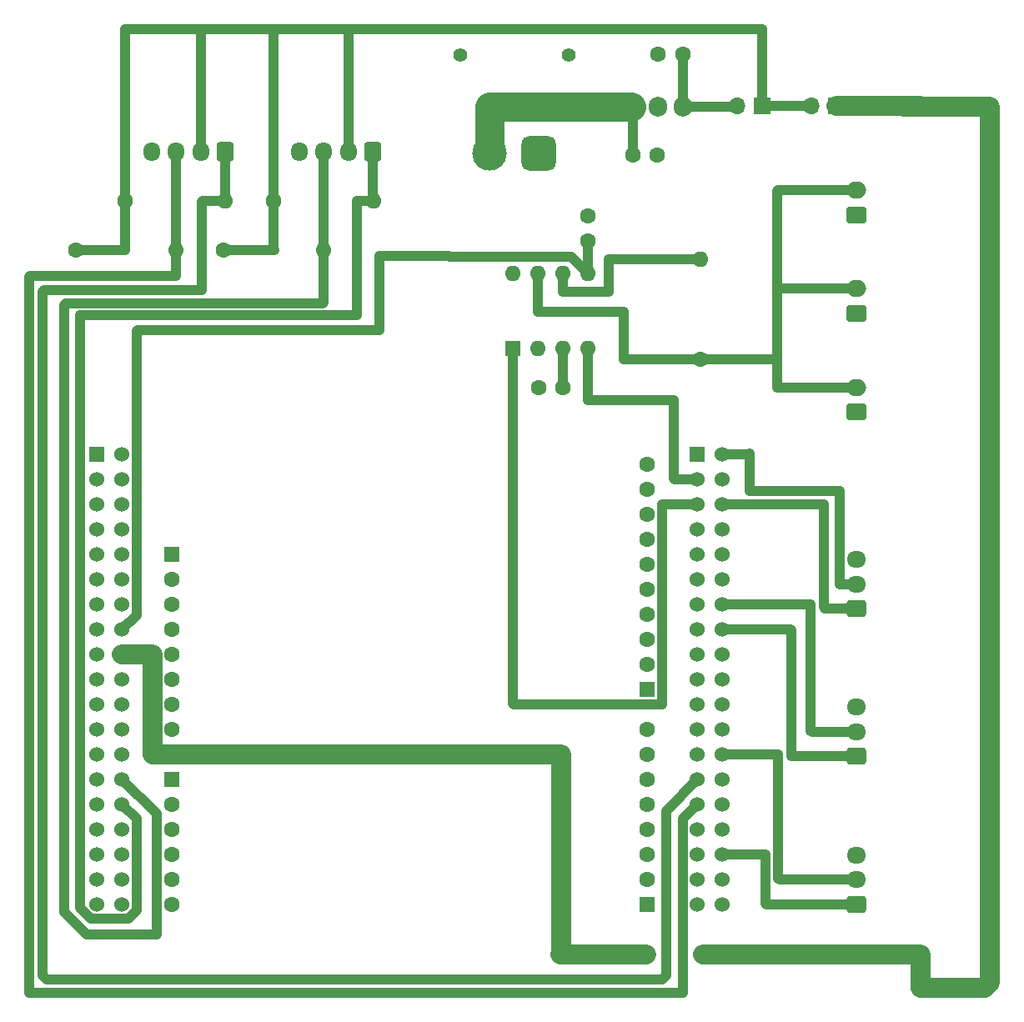
<source format=gbr>
%TF.GenerationSoftware,KiCad,Pcbnew,8.0.8-8.0.8-0~ubuntu24.04.1*%
%TF.CreationDate,2025-02-07T22:42:51+09:00*%
%TF.ProjectId,Accurate,41636375-7261-4746-952e-6b696361645f,rev?*%
%TF.SameCoordinates,Original*%
%TF.FileFunction,Copper,L1,Top*%
%TF.FilePolarity,Positive*%
%FSLAX46Y46*%
G04 Gerber Fmt 4.6, Leading zero omitted, Abs format (unit mm)*
G04 Created by KiCad (PCBNEW 8.0.8-8.0.8-0~ubuntu24.04.1) date 2025-02-07 22:42:51*
%MOMM*%
%LPD*%
G01*
G04 APERTURE LIST*
G04 Aperture macros list*
%AMRoundRect*
0 Rectangle with rounded corners*
0 $1 Rounding radius*
0 $2 $3 $4 $5 $6 $7 $8 $9 X,Y pos of 4 corners*
0 Add a 4 corners polygon primitive as box body*
4,1,4,$2,$3,$4,$5,$6,$7,$8,$9,$2,$3,0*
0 Add four circle primitives for the rounded corners*
1,1,$1+$1,$2,$3*
1,1,$1+$1,$4,$5*
1,1,$1+$1,$6,$7*
1,1,$1+$1,$8,$9*
0 Add four rect primitives between the rounded corners*
20,1,$1+$1,$2,$3,$4,$5,0*
20,1,$1+$1,$4,$5,$6,$7,0*
20,1,$1+$1,$6,$7,$8,$9,0*
20,1,$1+$1,$8,$9,$2,$3,0*%
G04 Aperture macros list end*
%TA.AperFunction,ComponentPad*%
%ADD10C,1.600000*%
%TD*%
%TA.AperFunction,ComponentPad*%
%ADD11C,1.530000*%
%TD*%
%TA.AperFunction,ComponentPad*%
%ADD12RoundRect,0.250000X0.750000X-0.600000X0.750000X0.600000X-0.750000X0.600000X-0.750000X-0.600000X0*%
%TD*%
%TA.AperFunction,ComponentPad*%
%ADD13O,2.000000X1.700000*%
%TD*%
%TA.AperFunction,ComponentPad*%
%ADD14R,1.905000X2.000000*%
%TD*%
%TA.AperFunction,ComponentPad*%
%ADD15O,1.905000X2.000000*%
%TD*%
%TA.AperFunction,ComponentPad*%
%ADD16C,1.400000*%
%TD*%
%TA.AperFunction,ComponentPad*%
%ADD17RoundRect,0.770000X-0.980000X-0.980000X0.980000X-0.980000X0.980000X0.980000X-0.980000X0.980000X0*%
%TD*%
%TA.AperFunction,ComponentPad*%
%ADD18C,3.500000*%
%TD*%
%TA.AperFunction,ComponentPad*%
%ADD19RoundRect,0.250000X0.725000X-0.600000X0.725000X0.600000X-0.725000X0.600000X-0.725000X-0.600000X0*%
%TD*%
%TA.AperFunction,ComponentPad*%
%ADD20O,1.950000X1.700000*%
%TD*%
%TA.AperFunction,ComponentPad*%
%ADD21O,1.600000X1.600000*%
%TD*%
%TA.AperFunction,ComponentPad*%
%ADD22RoundRect,0.250000X0.600000X0.725000X-0.600000X0.725000X-0.600000X-0.725000X0.600000X-0.725000X0*%
%TD*%
%TA.AperFunction,ComponentPad*%
%ADD23O,1.700000X1.950000*%
%TD*%
%TA.AperFunction,ComponentPad*%
%ADD24R,1.600000X1.600000*%
%TD*%
%TA.AperFunction,ComponentPad*%
%ADD25R,1.605000X1.605000*%
%TD*%
%TA.AperFunction,ComponentPad*%
%ADD26C,1.605000*%
%TD*%
%TA.AperFunction,ComponentPad*%
%ADD27R,1.530000X1.530000*%
%TD*%
%TA.AperFunction,ComponentPad*%
%ADD28R,1.700000X1.700000*%
%TD*%
%TA.AperFunction,ComponentPad*%
%ADD29O,1.700000X1.700000*%
%TD*%
%TA.AperFunction,Conductor*%
%ADD30C,1.000000*%
%TD*%
%TA.AperFunction,Conductor*%
%ADD31C,3.000000*%
%TD*%
%TA.AperFunction,Conductor*%
%ADD32C,2.000000*%
%TD*%
G04 APERTURE END LIST*
D10*
%TO.P,0.1\u03BCF,1*%
%TO.N,5V*%
X155200000Y-87550000D03*
%TO.P,0.1\u03BCF,2*%
%TO.N,GND*%
X152700000Y-87550000D03*
%TD*%
D11*
%TO.P,,CN7_18,CN7_+5V*%
%TO.N,mc_5v*%
X163675000Y-145150000D03*
%TD*%
D10*
%TO.P,0.1\u03BCF,1*%
%TO.N,3.3V*%
X157700000Y-72600000D03*
%TO.P,0.1\u03BCF,2*%
%TO.N,GND*%
X157700000Y-70100000D03*
%TD*%
D12*
%TO.P,J2,1,Pin_1*%
%TO.N,CAN_L*%
X185000000Y-80000000D03*
D13*
%TO.P,J2,2,Pin_2*%
%TO.N,CAN_H*%
X185000000Y-77500000D03*
%TD*%
D14*
%TO.P,U1,1,VI*%
%TO.N,16V*%
X162270000Y-59000000D03*
D15*
%TO.P,U1,2,GND*%
%TO.N,GND*%
X164810000Y-59000000D03*
%TO.P,U1,3,VO*%
%TO.N,5V*%
X167350000Y-59000000D03*
%TD*%
D16*
%TO.P,J9,*%
%TO.N,*%
X144750000Y-53775000D03*
X155750000Y-53775000D03*
D17*
%TO.P,J9,1,Pin_1*%
%TO.N,GND*%
X152750000Y-63775000D03*
D18*
%TO.P,J9,2,Pin_2*%
%TO.N,16V*%
X147750000Y-63775000D03*
%TD*%
D19*
%TO.P,J5,1,Pin_1*%
%TO.N,DIR_2*%
X185000000Y-125000000D03*
D20*
%TO.P,J5,2,Pin_2*%
%TO.N,PWM_2*%
X185000000Y-122500000D03*
%TO.P,J5,3,Pin_3*%
%TO.N,GND*%
X185000000Y-120000000D03*
%TD*%
D10*
%TO.P,10k,1*%
%TO.N,5V*%
X105770000Y-73600000D03*
D21*
%TO.P,10k,2*%
%TO.N,encode_2B*%
X115930000Y-73600000D03*
%TD*%
D10*
%TO.P,10k,1*%
%TO.N,5V*%
X110720000Y-68600000D03*
D21*
%TO.P,10k,2*%
%TO.N,encode_2A*%
X120880000Y-68600000D03*
%TD*%
D22*
%TO.P,J8,1,Pin_1*%
%TO.N,encode_2A*%
X120900000Y-63600000D03*
D23*
%TO.P,J8,2,Pin_2*%
%TO.N,5V*%
X118400000Y-63600000D03*
%TO.P,J8,3,Pin_3*%
%TO.N,encode_2B*%
X115900000Y-63600000D03*
%TO.P,J8,4,Pin_4*%
%TO.N,GND*%
X113400000Y-63600000D03*
%TD*%
D22*
%TO.P,J7,1,Pin_1*%
%TO.N,encode_1B*%
X135900000Y-63600000D03*
D23*
%TO.P,J7,2,Pin_2*%
%TO.N,5V*%
X133400000Y-63600000D03*
%TO.P,J7,3,Pin_3*%
%TO.N,encode_1A*%
X130900000Y-63600000D03*
%TO.P,J7,4,Pin_4*%
%TO.N,GND*%
X128400000Y-63600000D03*
%TD*%
D24*
%TO.P,CAN_IC,1,TXD*%
%TO.N,TX*%
X150100000Y-83550000D03*
D21*
%TO.P,CAN_IC,2,VSS*%
%TO.N,GND*%
X152640000Y-83550000D03*
%TO.P,CAN_IC,3,VDD*%
%TO.N,5V*%
X155180000Y-83550000D03*
%TO.P,CAN_IC,4,RXD*%
%TO.N,RX*%
X157720000Y-83550000D03*
%TO.P,CAN_IC,5,Vio*%
%TO.N,3.3V*%
X157720000Y-75930000D03*
%TO.P,CAN_IC,6,CANL*%
%TO.N,CAN_L*%
X155180000Y-75930000D03*
%TO.P,CAN_IC,7,CANH*%
%TO.N,CAN_H*%
X152640000Y-75930000D03*
%TO.P,CAN_IC,8,STBY*%
%TO.N,GND*%
X150100000Y-75930000D03*
%TD*%
D10*
%TO.P,120,1*%
%TO.N,CAN_H*%
X169150000Y-84660000D03*
D21*
%TO.P,120,2*%
%TO.N,CAN_L*%
X169150000Y-74500000D03*
%TD*%
D12*
%TO.P,J1,1,Pin_1*%
%TO.N,CAN_L*%
X185000000Y-90000000D03*
D13*
%TO.P,J1,2,Pin_2*%
%TO.N,CAN_H*%
X185000000Y-87500000D03*
%TD*%
D25*
%TO.P,U3,CN5_1,D8*%
%TO.N,unconnected-(U3F-D8-PadCN5_1)*%
X163760000Y-118190000D03*
D26*
%TO.P,U3,CN5_2,D9*%
%TO.N,unconnected-(U3F-D9-PadCN5_2)*%
X163760000Y-115650000D03*
%TO.P,U3,CN5_3,D10*%
%TO.N,unconnected-(U3F-D10-PadCN5_3)*%
X163760000Y-113110000D03*
%TO.P,U3,CN5_4,D11*%
%TO.N,unconnected-(U3F-D11-PadCN5_4)*%
X163760000Y-110570000D03*
%TO.P,U3,CN5_5,D12*%
%TO.N,unconnected-(U3F-D12-PadCN5_5)*%
X163760000Y-108030000D03*
%TO.P,U3,CN5_6,D13*%
%TO.N,unconnected-(U3F-D13-PadCN5_6)*%
X163760000Y-105490000D03*
%TO.P,U3,CN5_7,CN5_GND*%
%TO.N,unconnected-(U3F-CN5_GND-PadCN5_7)*%
X163760000Y-102950000D03*
%TO.P,U3,CN5_8,AREF*%
%TO.N,unconnected-(U3F-AREF-PadCN5_8)*%
X163760000Y-100410000D03*
%TO.P,U3,CN5_9,D14*%
%TO.N,unconnected-(U3F-D14-PadCN5_9)*%
X163760000Y-97870000D03*
%TO.P,U3,CN5_10,D15*%
%TO.N,unconnected-(U3F-D15-PadCN5_10)*%
X163760000Y-95330000D03*
D25*
%TO.P,U3,CN6_1*%
%TO.N,N/C*%
X115500000Y-104470000D03*
D26*
%TO.P,U3,CN6_2,CN6_IOREF*%
%TO.N,unconnected-(U3C-CN6_IOREF-PadCN6_2)*%
X115500000Y-107010000D03*
%TO.P,U3,CN6_3,CN6_RESET*%
%TO.N,unconnected-(U3C-CN6_RESET-PadCN6_3)*%
X115500000Y-109550000D03*
%TO.P,U3,CN6_4,CN6_+3V3*%
%TO.N,unconnected-(U3C-CN6_+3V3-PadCN6_4)*%
X115500000Y-112090000D03*
%TO.P,U3,CN6_5,CN6_+5V*%
%TO.N,unconnected-(U3C-CN6_+5V-PadCN6_5)*%
X115500000Y-114630000D03*
%TO.P,U3,CN6_6,CN6_GND*%
%TO.N,unconnected-(U3C-CN6_GND-PadCN6_6)*%
X115500000Y-117170000D03*
%TO.P,U3,CN6_7,CN6_GND__1*%
%TO.N,unconnected-(U3C-CN6_GND__1-PadCN6_7)*%
X115500000Y-119710000D03*
%TO.P,U3,CN6_8,CN6_VIN*%
%TO.N,unconnected-(U3C-CN6_VIN-PadCN6_8)*%
X115500000Y-122250000D03*
D27*
%TO.P,U3,CN7_1,PC10*%
%TO.N,unconnected-(U3A-PC10-PadCN7_1)*%
X107880000Y-94310000D03*
D11*
%TO.P,U3,CN7_2,PC11*%
%TO.N,unconnected-(U3A-PC11-PadCN7_2)*%
X110420000Y-94310000D03*
%TO.P,U3,CN7_3,PC12*%
%TO.N,unconnected-(U3A-PC12-PadCN7_3)*%
X107880000Y-96850000D03*
%TO.P,U3,CN7_4,PD2*%
%TO.N,unconnected-(U3A-PD2-PadCN7_4)*%
X110420000Y-96850000D03*
%TO.P,U3,CN7_5,VDD*%
%TO.N,unconnected-(U3A-VDD-PadCN7_5)*%
X107880000Y-99390000D03*
%TO.P,U3,CN7_6,E5V*%
%TO.N,unconnected-(U3A-E5V-PadCN7_6)*%
X110420000Y-99390000D03*
%TO.P,U3,CN7_7,BOOT0*%
%TO.N,unconnected-(U3A-BOOT0-PadCN7_7)*%
X107880000Y-101930000D03*
%TO.P,U3,CN7_8,CN7_GND*%
%TO.N,unconnected-(U3A-CN7_GND-PadCN7_8)*%
X110420000Y-101930000D03*
%TO.P,U3,CN7_9*%
%TO.N,N/C*%
X107880000Y-104470000D03*
%TO.P,U3,CN7_10*%
X110420000Y-104470000D03*
%TO.P,U3,CN7_11*%
X107880000Y-107010000D03*
%TO.P,U3,CN7_12,CN7_IOREF*%
%TO.N,unconnected-(U3A-CN7_IOREF-PadCN7_12)*%
X110420000Y-107010000D03*
%TO.P,U3,CN7_13,PA13*%
%TO.N,unconnected-(U3A-PA13-PadCN7_13)*%
X107880000Y-109550000D03*
%TO.P,U3,CN7_14,CN7_RESET*%
%TO.N,unconnected-(U3A-CN7_RESET-PadCN7_14)*%
X110420000Y-109550000D03*
%TO.P,U3,CN7_15,PA14*%
%TO.N,unconnected-(U3A-PA14-PadCN7_15)*%
X107880000Y-112090000D03*
%TO.P,U3,CN7_16,CN7_+3V3*%
%TO.N,3.3V*%
X110420000Y-112090000D03*
%TO.P,U3,CN7_17,PA15*%
%TO.N,unconnected-(U3A-PA15-PadCN7_17)*%
X107880000Y-114630000D03*
%TO.P,U3,CN7_18,CN7_+5V*%
%TO.N,mc_5v*%
X110420000Y-114630000D03*
%TO.P,U3,CN7_19,CN7_GND__1*%
%TO.N,GND*%
X107880000Y-117170000D03*
%TO.P,U3,CN7_20,CN7_GND__2*%
X110420000Y-117170000D03*
%TO.P,U3,CN7_21,PB7*%
%TO.N,unconnected-(U3A-PB7-PadCN7_21)*%
X107880000Y-119710000D03*
%TO.P,U3,CN7_22,CN7_GND__3*%
%TO.N,GND*%
X110420000Y-119710000D03*
%TO.P,U3,CN7_23,PC13*%
%TO.N,unconnected-(U3A-PC13-PadCN7_23)*%
X107880000Y-122250000D03*
%TO.P,U3,CN7_24,CN7_VIN*%
%TO.N,unconnected-(U3A-CN7_VIN-PadCN7_24)*%
X110420000Y-122250000D03*
%TO.P,U3,CN7_25,PC14*%
%TO.N,unconnected-(U3A-PC14-PadCN7_25)*%
X107880000Y-124790000D03*
%TO.P,U3,CN7_26*%
%TO.N,N/C*%
X110420000Y-124790000D03*
%TO.P,U3,CN7_27,PC15*%
%TO.N,unconnected-(U3A-PC15-PadCN7_27)*%
X107880000Y-127330000D03*
%TO.P,U3,CN7_28,PA0*%
%TO.N,encode_1A*%
X110420000Y-127330000D03*
%TO.P,U3,CN7_29,PH0*%
%TO.N,unconnected-(U3A-PH0-PadCN7_29)*%
X107880000Y-129870000D03*
%TO.P,U3,CN7_30,PA1*%
%TO.N,encode_1B*%
X110420000Y-129870000D03*
%TO.P,U3,CN7_31,PH1*%
%TO.N,unconnected-(U3A-PH1-PadCN7_31)*%
X107880000Y-132410000D03*
%TO.P,U3,CN7_32,PA4*%
%TO.N,unconnected-(U3A-PA4-PadCN7_32)*%
X110420000Y-132410000D03*
%TO.P,U3,CN7_33,VBAT*%
%TO.N,unconnected-(U3A-VBAT-PadCN7_33)*%
X107880000Y-134950000D03*
%TO.P,U3,CN7_34,PB0*%
%TO.N,unconnected-(U3A-PB0-PadCN7_34)*%
X110420000Y-134950000D03*
%TO.P,U3,CN7_35,PC2*%
%TO.N,unconnected-(U3A-PC2-PadCN7_35)*%
X107880000Y-137490000D03*
%TO.P,U3,CN7_36,PC1/PB9*%
%TO.N,unconnected-(U3A-PC1{slash}PB9-PadCN7_36)*%
X110420000Y-137490000D03*
%TO.P,U3,CN7_37,PC3*%
%TO.N,unconnected-(U3A-PC3-PadCN7_37)*%
X107880000Y-140030000D03*
%TO.P,U3,CN7_38,PC0/PB8*%
%TO.N,unconnected-(U3A-PC0{slash}PB8-PadCN7_38)*%
X110420000Y-140030000D03*
D25*
%TO.P,U3,CN8_1,A0*%
%TO.N,unconnected-(U3E-A0-PadCN8_1)*%
X115500000Y-127330000D03*
D26*
%TO.P,U3,CN8_2,A1*%
%TO.N,unconnected-(U3E-A1-PadCN8_2)*%
X115500000Y-129870000D03*
%TO.P,U3,CN8_3,A2*%
%TO.N,unconnected-(U3E-A2-PadCN8_3)*%
X115500000Y-132410000D03*
%TO.P,U3,CN8_4,A3*%
%TO.N,unconnected-(U3E-A3-PadCN8_4)*%
X115500000Y-134950000D03*
%TO.P,U3,CN8_5,A4*%
%TO.N,unconnected-(U3E-A4-PadCN8_5)*%
X115500000Y-137490000D03*
%TO.P,U3,CN8_6,A5*%
%TO.N,unconnected-(U3E-A5-PadCN8_6)*%
X115500000Y-140030000D03*
D25*
%TO.P,U3,CN9_1,D0*%
%TO.N,unconnected-(U3D-D0-PadCN9_1)*%
X163760000Y-140030000D03*
D26*
%TO.P,U3,CN9_2,D1*%
%TO.N,unconnected-(U3D-D1-PadCN9_2)*%
X163760000Y-137490000D03*
%TO.P,U3,CN9_3,D2*%
%TO.N,unconnected-(U3D-D2-PadCN9_3)*%
X163760000Y-134950000D03*
%TO.P,U3,CN9_4,D3*%
%TO.N,unconnected-(U3D-D3-PadCN9_4)*%
X163760000Y-132410000D03*
%TO.P,U3,CN9_5,D4*%
%TO.N,unconnected-(U3D-D4-PadCN9_5)*%
X163760000Y-129870000D03*
%TO.P,U3,CN9_6,D5*%
%TO.N,unconnected-(U3D-D5-PadCN9_6)*%
X163760000Y-127330000D03*
%TO.P,U3,CN9_7,D6*%
%TO.N,unconnected-(U3D-D6-PadCN9_7)*%
X163760000Y-124790000D03*
%TO.P,U3,CN9_8,D7*%
%TO.N,unconnected-(U3D-D7-PadCN9_8)*%
X163760000Y-122250000D03*
D27*
%TO.P,U3,CN10_1,PC9*%
%TO.N,unconnected-(U3B-PC9-PadCN10_1)*%
X168840000Y-94310000D03*
D11*
%TO.P,U3,CN10_2,PC8*%
%TO.N,PWM_1*%
X171380000Y-94310000D03*
%TO.P,U3,CN10_3,PB8*%
%TO.N,RX*%
X168840000Y-96850000D03*
%TO.P,U3,CN10_4,PC6*%
%TO.N,unconnected-(U3B-PC6-PadCN10_4)*%
X171380000Y-96850000D03*
%TO.P,U3,CN10_5,PB9*%
%TO.N,TX*%
X168840000Y-99390000D03*
%TO.P,U3,CN10_6,PC5*%
%TO.N,DIR_1*%
X171380000Y-99390000D03*
%TO.P,U3,CN10_7,AVDD*%
%TO.N,unconnected-(U3B-AVDD-PadCN10_7)*%
X168840000Y-101930000D03*
%TO.P,U3,CN10_8,U5V*%
%TO.N,unconnected-(U3B-U5V-PadCN10_8)*%
X171380000Y-101930000D03*
%TO.P,U3,CN10_9,CN10_GND*%
%TO.N,GND*%
X168840000Y-104470000D03*
%TO.P,U3,CN10_10*%
%TO.N,N/C*%
X171380000Y-104470000D03*
%TO.P,U3,CN10_11,PA5*%
%TO.N,unconnected-(U3B-PA5-PadCN10_11)*%
X168840000Y-107010000D03*
%TO.P,U3,CN10_12,PA12*%
%TO.N,unconnected-(U3B-PA12-PadCN10_12)*%
X171380000Y-107010000D03*
%TO.P,U3,CN10_13,PA6*%
%TO.N,unconnected-(U3B-PA6-PadCN10_13)*%
X168840000Y-109550000D03*
%TO.P,U3,CN10_14,PA11*%
%TO.N,PWM_2*%
X171380000Y-109550000D03*
%TO.P,U3,CN10_15,PA7*%
%TO.N,unconnected-(U3B-PA7-PadCN10_15)*%
X168840000Y-112090000D03*
%TO.P,U3,CN10_16,PB12*%
%TO.N,DIR_2*%
X171380000Y-112090000D03*
%TO.P,U3,CN10_17,PB6*%
%TO.N,unconnected-(U3B-PB6-PadCN10_17)*%
X168840000Y-114630000D03*
%TO.P,U3,CN10_18*%
%TO.N,N/C*%
X171380000Y-114630000D03*
%TO.P,U3,CN10_19,PC7*%
%TO.N,unconnected-(U3B-PC7-PadCN10_19)*%
X168840000Y-117170000D03*
%TO.P,U3,CN10_20,CN10_GND__1*%
%TO.N,unconnected-(U3B-CN10_GND__1-PadCN10_20)*%
X171380000Y-117170000D03*
%TO.P,U3,CN10_21,PA9*%
%TO.N,unconnected-(U3B-PA9-PadCN10_21)*%
X168840000Y-119710000D03*
%TO.P,U3,CN10_22,PB2*%
%TO.N,unconnected-(U3B-PB2-PadCN10_22)*%
X171380000Y-119710000D03*
%TO.P,U3,CN10_23,PA8*%
%TO.N,unconnected-(U3B-PA8-PadCN10_23)*%
X168840000Y-122250000D03*
%TO.P,U3,CN10_24,PB1*%
%TO.N,unconnected-(U3B-PB1-PadCN10_24)*%
X171380000Y-122250000D03*
%TO.P,U3,CN10_25,PB10*%
%TO.N,unconnected-(U3B-PB10-PadCN10_25)*%
X168840000Y-124790000D03*
%TO.P,U3,CN10_26,PB15*%
%TO.N,PWM_3*%
X171380000Y-124790000D03*
%TO.P,U3,CN10_27,PB4*%
%TO.N,encode_2A*%
X168840000Y-127330000D03*
%TO.P,U3,CN10_28,PB14*%
%TO.N,unconnected-(U3B-PB14-PadCN10_28)*%
X171380000Y-127330000D03*
%TO.P,U3,CN10_29,PB5*%
%TO.N,encode_2B*%
X168840000Y-129870000D03*
%TO.P,U3,CN10_30,PB13*%
%TO.N,unconnected-(U3B-PB13-PadCN10_30)*%
X171380000Y-129870000D03*
%TO.P,U3,CN10_31,PB3*%
%TO.N,unconnected-(U3B-PB3-PadCN10_31)*%
X168840000Y-132410000D03*
%TO.P,U3,CN10_32,AGND*%
%TO.N,unconnected-(U3B-AGND-PadCN10_32)*%
X171380000Y-132410000D03*
%TO.P,U3,CN10_33,PA10*%
%TO.N,unconnected-(U3B-PA10-PadCN10_33)*%
X168840000Y-134950000D03*
%TO.P,U3,CN10_34,PC4*%
%TO.N,DIR_3*%
X171380000Y-134950000D03*
%TO.P,U3,CN10_35,PA2*%
%TO.N,unconnected-(U3B-PA2-PadCN10_35)*%
X168840000Y-137490000D03*
%TO.P,U3,CN10_36*%
%TO.N,N/C*%
X171380000Y-137490000D03*
%TO.P,U3,CN10_37,PA3*%
%TO.N,unconnected-(U3B-PA3-PadCN10_37)*%
X168840000Y-140030000D03*
%TO.P,U3,CN10_38*%
%TO.N,N/C*%
X171380000Y-140030000D03*
%TD*%
D19*
%TO.P,J4,1,Pin_1*%
%TO.N,DIR_1*%
X185000000Y-110000000D03*
D20*
%TO.P,J4,2,Pin_2*%
%TO.N,PWM_1*%
X185000000Y-107500000D03*
%TO.P,J4,3,Pin_3*%
%TO.N,GND*%
X185000000Y-105000000D03*
%TD*%
D10*
%TO.P,10k,1*%
%TO.N,5V*%
X125770000Y-68600000D03*
D21*
%TO.P,10k,2*%
%TO.N,encode_1B*%
X135930000Y-68600000D03*
%TD*%
D28*
%TO.P,J11,1,Pin_1*%
%TO.N,5V*%
X175390000Y-58950000D03*
D29*
%TO.P,J11,2,Pin_2*%
X172850000Y-58950000D03*
%TD*%
D11*
%TO.P,,CN7_18,CN7_+5V*%
%TO.N,mc_5v*%
X169425000Y-145150000D03*
%TD*%
D19*
%TO.P,J6,1,Pin_1*%
%TO.N,DIR_3*%
X185000000Y-140000000D03*
D20*
%TO.P,J6,2,Pin_2*%
%TO.N,PWM_3*%
X185000000Y-137500000D03*
%TO.P,J6,3,Pin_3*%
%TO.N,GND*%
X185000000Y-135000000D03*
%TD*%
D10*
%TO.P,0.33\u03BCF,1*%
%TO.N,16V*%
X162250000Y-63950000D03*
%TO.P,0.33\u03BCF,2*%
%TO.N,GND*%
X164750000Y-63950000D03*
%TD*%
%TO.P,C4,1*%
%TO.N,5V*%
X167350000Y-53700000D03*
%TO.P,C4,2*%
%TO.N,GND*%
X164850000Y-53700000D03*
%TD*%
D28*
%TO.P,J10,1,Pin_1*%
%TO.N,mc_5v*%
X182925000Y-58950000D03*
D29*
%TO.P,J10,2,Pin_2*%
%TO.N,5V*%
X180385000Y-58950000D03*
%TD*%
D10*
%TO.P,10k,1*%
%TO.N,5V*%
X120720000Y-73600000D03*
D21*
%TO.P,10k,2*%
%TO.N,encode_1A*%
X130880000Y-73600000D03*
%TD*%
D12*
%TO.P,J3,1,Pin_1*%
%TO.N,CAN_L*%
X185000000Y-70000000D03*
D13*
%TO.P,J3,2,Pin_2*%
%TO.N,CAN_H*%
X185000000Y-67500000D03*
%TD*%
D30*
%TO.N,3.3V*%
X143600000Y-74200000D02*
X143650000Y-74250000D01*
X136550000Y-81700000D02*
X136550000Y-74200000D01*
X157720000Y-72620000D02*
X157700000Y-72600000D01*
X157720000Y-75930000D02*
X157720000Y-72620000D01*
X143650000Y-74250000D02*
X156040000Y-74250000D01*
X136550000Y-74200000D02*
X143600000Y-74200000D01*
X111885000Y-81815000D02*
X112000000Y-81700000D01*
X112000000Y-81700000D02*
X136550000Y-81700000D01*
X111885000Y-110625000D02*
X111885000Y-81815000D01*
X156040000Y-74250000D02*
X157720000Y-75930000D01*
X110420000Y-112090000D02*
X111885000Y-110625000D01*
%TO.N,GND*%
X152700000Y-83610000D02*
X152640000Y-83550000D01*
X184950000Y-134950000D02*
X185000000Y-135000000D01*
%TO.N,5V*%
X110720000Y-68600000D02*
X110720000Y-73580000D01*
X110720000Y-68600000D02*
X110720000Y-51480000D01*
X172800000Y-59000000D02*
X172850000Y-58950000D01*
X180385000Y-58950000D02*
X175390000Y-58950000D01*
X125850000Y-73600000D02*
X120720000Y-73600000D01*
X110700000Y-51100000D02*
X118500000Y-51100000D01*
X118400000Y-51200000D02*
X118500000Y-51100000D01*
X167350000Y-53700000D02*
X167350000Y-59000000D01*
X175400000Y-51100000D02*
X133650000Y-51100000D01*
X132550000Y-51100000D02*
X125650000Y-51100000D01*
X110720000Y-73580000D02*
X110700000Y-73600000D01*
X110720000Y-51480000D02*
X110700000Y-51460000D01*
X125770000Y-51220000D02*
X125650000Y-51100000D01*
X155180000Y-83550000D02*
X155180000Y-87530000D01*
X125770000Y-68600000D02*
X125770000Y-73520000D01*
X133650000Y-51100000D02*
X132550000Y-51100000D01*
X175390000Y-51110000D02*
X175400000Y-51100000D01*
X125770000Y-68600000D02*
X125770000Y-51220000D01*
X118400000Y-63600000D02*
X118400000Y-51200000D01*
X110700000Y-73600000D02*
X105770000Y-73600000D01*
X133400000Y-63600000D02*
X133400000Y-51350000D01*
X175390000Y-58950000D02*
X175390000Y-51110000D01*
X125000000Y-51100000D02*
X118500000Y-51100000D01*
X155180000Y-87530000D02*
X155200000Y-87550000D01*
X167350000Y-59000000D02*
X172800000Y-59000000D01*
X133400000Y-51350000D02*
X133650000Y-51100000D01*
X110700000Y-51460000D02*
X110700000Y-51100000D01*
X125650000Y-51100000D02*
X125000000Y-51100000D01*
X125770000Y-73520000D02*
X125850000Y-73600000D01*
%TO.N,RX*%
X157720000Y-83550000D02*
X157720000Y-88830000D01*
X157700000Y-88850000D02*
X166400000Y-88850000D01*
X157720000Y-88830000D02*
X157700000Y-88850000D01*
X166450000Y-88800000D02*
X166450000Y-96800000D01*
X166450000Y-96800000D02*
X166500000Y-96850000D01*
X166400000Y-88850000D02*
X166450000Y-88800000D01*
X166500000Y-96850000D02*
X168840000Y-96850000D01*
%TO.N,TX*%
X165262500Y-119692500D02*
X165262500Y-99412500D01*
X150150000Y-119700000D02*
X150850000Y-119700000D01*
X150100000Y-119650000D02*
X150150000Y-119700000D01*
X165250000Y-99400000D02*
X165260000Y-99390000D01*
X165260000Y-99390000D02*
X168840000Y-99390000D01*
X150857500Y-119692500D02*
X165262500Y-119692500D01*
X150850000Y-119700000D02*
X150857500Y-119692500D01*
X165262500Y-99412500D02*
X165250000Y-99400000D01*
X150100000Y-83550000D02*
X150100000Y-119650000D01*
D31*
%TO.N,16V*%
X147750000Y-63775000D02*
X147750000Y-59050000D01*
X147750000Y-59050000D02*
X147800000Y-59000000D01*
D30*
X162250000Y-59020000D02*
X162270000Y-59000000D01*
D31*
X147800000Y-59000000D02*
X162157500Y-59000000D01*
D30*
X162250000Y-63950000D02*
X162250000Y-59020000D01*
%TO.N,encode_1B*%
X110420000Y-129870000D02*
X111885000Y-131335000D01*
X111885000Y-140636823D02*
X111026823Y-141495000D01*
X135900000Y-68570000D02*
X134330000Y-68570000D01*
X111885000Y-131335000D02*
X111885000Y-140636823D01*
X111026823Y-141495000D02*
X107273177Y-141495000D01*
X134300000Y-68600000D02*
X134300000Y-80150000D01*
X106150000Y-140371823D02*
X107273177Y-141495000D01*
X134300000Y-80150000D02*
X134250000Y-80200000D01*
X135900000Y-68570000D02*
X135930000Y-68600000D01*
X106150000Y-80200000D02*
X106150000Y-140371823D01*
X135900000Y-63600000D02*
X135900000Y-68570000D01*
X134250000Y-80200000D02*
X106150000Y-80200000D01*
X134330000Y-68570000D02*
X134300000Y-68600000D01*
%TO.N,encode_1A*%
X106801140Y-143050000D02*
X104550000Y-140798860D01*
X110420000Y-127330000D02*
X113900000Y-130810000D01*
X130900000Y-73580000D02*
X130880000Y-73600000D01*
X130880000Y-73600000D02*
X130880000Y-78870000D01*
X104550000Y-79150000D02*
X104700000Y-79000000D01*
X130880000Y-78870000D02*
X130750000Y-79000000D01*
X130750000Y-79000000D02*
X104700000Y-79000000D01*
X130900000Y-63600000D02*
X130900000Y-73580000D01*
X113900000Y-143050000D02*
X106801140Y-143050000D01*
X104550000Y-140798860D02*
X104550000Y-79150000D01*
X113900000Y-130810000D02*
X113900000Y-143050000D01*
%TO.N,encode_2B*%
X167375000Y-131335000D02*
X167375000Y-149000000D01*
X167375000Y-149000000D02*
X101000000Y-149000000D01*
X168840000Y-129870000D02*
X167375000Y-131335000D01*
X101000000Y-149000000D02*
X101000000Y-76250000D01*
X101000000Y-76250000D02*
X101050000Y-76200000D01*
X115930000Y-73600000D02*
X115930000Y-63630000D01*
X115930000Y-63630000D02*
X115900000Y-63600000D01*
X115930000Y-76170000D02*
X115930000Y-73600000D01*
X101050000Y-76200000D02*
X115900000Y-76200000D01*
X115900000Y-76200000D02*
X115930000Y-76170000D01*
D32*
%TO.N,mc_5v*%
X155000000Y-145100000D02*
X154950000Y-145150000D01*
X113452500Y-114630000D02*
X113497500Y-114675000D01*
X155000000Y-124800000D02*
X155000000Y-145100000D01*
X189800000Y-58950000D02*
X182925000Y-58950000D01*
X198500000Y-58975000D02*
X189825000Y-58975000D01*
X198025000Y-148500000D02*
X198500000Y-148025000D01*
X169425000Y-145150000D02*
X191525000Y-145150000D01*
X113497500Y-123079463D02*
X113500000Y-123081963D01*
X189825000Y-58975000D02*
X189800000Y-58950000D01*
X191525000Y-59000000D02*
X191475000Y-58950000D01*
X191525000Y-145150000D02*
X191525000Y-148500000D01*
X113497500Y-114675000D02*
X113497500Y-123079463D01*
X191525000Y-148500000D02*
X198025000Y-148500000D01*
X191475000Y-58950000D02*
X189800000Y-58950000D01*
X113500000Y-123081963D02*
X113500000Y-124800000D01*
X198500000Y-148025000D02*
X198500000Y-58975000D01*
X113500000Y-124800000D02*
X155000000Y-124800000D01*
X110420000Y-114630000D02*
X113452500Y-114630000D01*
X154950000Y-145150000D02*
X163675000Y-145150000D01*
D30*
%TO.N,encode_2A*%
X165247543Y-147652457D02*
X102802457Y-147652457D01*
X102802457Y-147652457D02*
X102350000Y-147200000D01*
X120900000Y-68580000D02*
X120880000Y-68600000D01*
X102350000Y-77800000D02*
X102350000Y-147200000D01*
X120880000Y-68600000D02*
X118600000Y-68600000D01*
X120900000Y-63600000D02*
X120900000Y-68580000D01*
X165650000Y-147250000D02*
X165247543Y-147652457D01*
X118600000Y-68600000D02*
X118550000Y-68650000D01*
X118550000Y-68650000D02*
X118550000Y-77650000D01*
X168840000Y-127330000D02*
X165650000Y-130520000D01*
X102500000Y-77650000D02*
X102350000Y-77800000D01*
X165650000Y-130520000D02*
X165650000Y-147250000D01*
X118550000Y-77650000D02*
X102500000Y-77650000D01*
%TO.N,CAN_L*%
X155180000Y-77770000D02*
X155150000Y-77800000D01*
X159850000Y-74500000D02*
X159850000Y-77800000D01*
X155180000Y-75930000D02*
X155180000Y-77770000D01*
X155150000Y-77800000D02*
X159850000Y-77800000D01*
X169150000Y-74500000D02*
X159850000Y-74500000D01*
%TO.N,CAN_H*%
X176950000Y-82450000D02*
X176950000Y-80200000D01*
X176740000Y-84660000D02*
X176950000Y-84450000D01*
X177000000Y-67500000D02*
X176950000Y-67550000D01*
X161350000Y-84640000D02*
X161370000Y-84660000D01*
X176950000Y-84450000D02*
X176950000Y-82450000D01*
X185000000Y-87500000D02*
X177000000Y-87500000D01*
X169150000Y-84660000D02*
X176740000Y-84660000D01*
X176950000Y-82450000D02*
X176950000Y-87550000D01*
X152640000Y-75930000D02*
X152640000Y-79790000D01*
X176950000Y-80200000D02*
X176950000Y-77750000D01*
X177200000Y-77500000D02*
X176950000Y-77750000D01*
X161370000Y-84660000D02*
X169150000Y-84660000D01*
X161350000Y-79800000D02*
X161350000Y-84640000D01*
X152650000Y-79800000D02*
X161350000Y-79800000D01*
X185000000Y-77500000D02*
X177200000Y-77500000D01*
X176950000Y-77750000D02*
X176950000Y-67550000D01*
X185000000Y-67500000D02*
X177000000Y-67500000D01*
X152640000Y-79790000D02*
X152650000Y-79800000D01*
%TO.N,DIR_1*%
X185000000Y-110000000D02*
X181800000Y-110000000D01*
X181800000Y-110000000D02*
X181650000Y-109850000D01*
X181650000Y-99400000D02*
X181640000Y-99390000D01*
X181640000Y-99390000D02*
X171380000Y-99390000D01*
X181650000Y-109850000D02*
X181650000Y-99400000D01*
%TO.N,PWM_1*%
X174150000Y-94250000D02*
X174090000Y-94310000D01*
X174200000Y-98050000D02*
X174150000Y-98000000D01*
X183300000Y-98050000D02*
X174200000Y-98050000D01*
X174090000Y-94310000D02*
X171380000Y-94310000D01*
X174150000Y-98000000D02*
X174150000Y-94250000D01*
X183300000Y-107500000D02*
X183300000Y-98050000D01*
X185000000Y-107500000D02*
X183300000Y-107500000D01*
%TO.N,PWM_2*%
X180450000Y-122550000D02*
X180350000Y-122450000D01*
X180350000Y-109550000D02*
X171380000Y-109550000D01*
X180350000Y-122450000D02*
X180350000Y-109550000D01*
X180500000Y-122500000D02*
X180450000Y-122550000D01*
X185000000Y-122500000D02*
X180500000Y-122500000D01*
%TO.N,DIR_2*%
X178400000Y-125000000D02*
X178400000Y-112200000D01*
X178290000Y-112090000D02*
X171380000Y-112090000D01*
X185000000Y-125000000D02*
X178400000Y-125000000D01*
X178400000Y-112200000D02*
X178290000Y-112090000D01*
%TO.N,PWM_3*%
X177050000Y-124800000D02*
X177050000Y-137400000D01*
X171380000Y-124790000D02*
X177040000Y-124790000D01*
X177150000Y-137500000D02*
X185000000Y-137500000D01*
X177050000Y-137400000D02*
X177150000Y-137500000D01*
X177040000Y-124790000D02*
X177050000Y-124800000D01*
%TO.N,DIR_3*%
X175800000Y-140000000D02*
X185000000Y-140000000D01*
X175750000Y-139950000D02*
X175800000Y-140000000D01*
X171380000Y-134950000D02*
X175750000Y-134950000D01*
X175750000Y-134950000D02*
X175750000Y-139950000D01*
%TD*%
M02*

</source>
